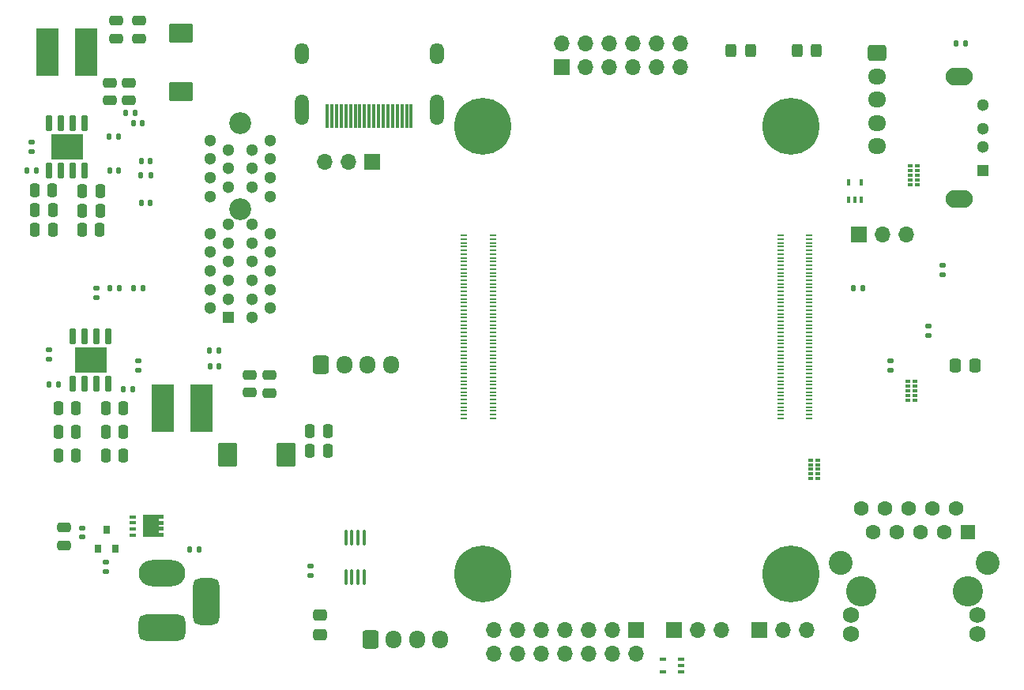
<source format=gbr>
%TF.GenerationSoftware,KiCad,Pcbnew,8.0.2*%
%TF.CreationDate,2024-05-19T12:28:56+02:00*%
%TF.ProjectId,CM4_NAS,434d345f-4e41-4532-9e6b-696361645f70,rev?*%
%TF.SameCoordinates,Original*%
%TF.FileFunction,Soldermask,Top*%
%TF.FilePolarity,Negative*%
%FSLAX46Y46*%
G04 Gerber Fmt 4.6, Leading zero omitted, Abs format (unit mm)*
G04 Created by KiCad (PCBNEW 8.0.2) date 2024-05-19 12:28:56*
%MOMM*%
%LPD*%
G01*
G04 APERTURE LIST*
G04 Aperture macros list*
%AMRoundRect*
0 Rectangle with rounded corners*
0 $1 Rounding radius*
0 $2 $3 $4 $5 $6 $7 $8 $9 X,Y pos of 4 corners*
0 Add a 4 corners polygon primitive as box body*
4,1,4,$2,$3,$4,$5,$6,$7,$8,$9,$2,$3,0*
0 Add four circle primitives for the rounded corners*
1,1,$1+$1,$2,$3*
1,1,$1+$1,$4,$5*
1,1,$1+$1,$6,$7*
1,1,$1+$1,$8,$9*
0 Add four rect primitives between the rounded corners*
20,1,$1+$1,$2,$3,$4,$5,0*
20,1,$1+$1,$4,$5,$6,$7,0*
20,1,$1+$1,$6,$7,$8,$9,0*
20,1,$1+$1,$8,$9,$2,$3,0*%
%AMFreePoly0*
4,1,17,1.395000,0.765000,0.855000,0.765000,0.855000,0.535000,1.395000,0.535000,1.395000,0.115000,0.855000,0.115000,0.855000,-0.115000,1.395000,-0.115000,1.395000,-0.535000,0.855000,-0.535000,0.855000,-0.765000,1.395000,-0.765000,1.395000,-1.185000,-0.855000,-1.185000,-0.855000,1.185000,1.395000,1.185000,1.395000,0.765000,1.395000,0.765000,$1*%
G04 Aperture macros list end*
%ADD10RoundRect,0.135000X0.135000X0.185000X-0.135000X0.185000X-0.135000X-0.185000X0.135000X-0.185000X0*%
%ADD11RoundRect,0.135000X0.185000X-0.135000X0.185000X0.135000X-0.185000X0.135000X-0.185000X-0.135000X0*%
%ADD12RoundRect,0.135000X-0.185000X0.135000X-0.185000X-0.135000X0.185000X-0.135000X0.185000X0.135000X0*%
%ADD13RoundRect,0.250000X-0.250000X-0.475000X0.250000X-0.475000X0.250000X0.475000X-0.250000X0.475000X0*%
%ADD14RoundRect,0.140000X-0.170000X0.140000X-0.170000X-0.140000X0.170000X-0.140000X0.170000X0.140000X0*%
%ADD15R,0.550000X0.300000*%
%ADD16R,0.550000X0.400000*%
%ADD17RoundRect,0.250000X0.250000X0.475000X-0.250000X0.475000X-0.250000X-0.475000X0.250000X-0.475000X0*%
%ADD18RoundRect,0.135000X-0.135000X-0.185000X0.135000X-0.185000X0.135000X0.185000X-0.135000X0.185000X0*%
%ADD19R,1.700000X1.700000*%
%ADD20O,1.700000X1.700000*%
%ADD21RoundRect,0.250000X0.325000X0.450000X-0.325000X0.450000X-0.325000X-0.450000X0.325000X-0.450000X0*%
%ADD22RoundRect,0.250000X-0.600000X-0.725000X0.600000X-0.725000X0.600000X0.725000X-0.600000X0.725000X0*%
%ADD23O,1.700000X1.950000*%
%ADD24RoundRect,0.140000X-0.140000X-0.170000X0.140000X-0.170000X0.140000X0.170000X-0.140000X0.170000X0*%
%ADD25C,6.100000*%
%ADD26R,0.700000X0.200000*%
%ADD27C,3.250000*%
%ADD28RoundRect,0.102000X-0.699000X-0.699000X0.699000X-0.699000X0.699000X0.699000X-0.699000X0.699000X0*%
%ADD29C,1.602000*%
%ADD30C,1.734000*%
%ADD31C,2.559000*%
%ADD32RoundRect,0.140000X0.140000X0.170000X-0.140000X0.170000X-0.140000X-0.170000X0.140000X-0.170000X0*%
%ADD33RoundRect,0.250000X0.475000X-0.250000X0.475000X0.250000X-0.475000X0.250000X-0.475000X-0.250000X0*%
%ADD34R,3.400000X2.710000*%
%ADD35RoundRect,0.150000X0.150000X-0.737500X0.150000X0.737500X-0.150000X0.737500X-0.150000X-0.737500X0*%
%ADD36R,0.650000X0.400000*%
%ADD37C,2.350000*%
%ADD38R,1.300000X1.300000*%
%ADD39C,1.300000*%
%ADD40R,0.700000X0.420000*%
%ADD41FreePoly0,0.000000*%
%ADD42R,2.350000X5.100000*%
%ADD43RoundRect,0.250000X-0.475000X0.250000X-0.475000X-0.250000X0.475000X-0.250000X0.475000X0.250000X0*%
%ADD44RoundRect,0.249900X-0.600100X-0.725100X0.600100X-0.725100X0.600100X0.725100X-0.600100X0.725100X0*%
%ADD45RoundRect,0.250000X-1.025000X0.787500X-1.025000X-0.787500X1.025000X-0.787500X1.025000X0.787500X0*%
%ADD46RoundRect,0.100000X0.100000X-0.712500X0.100000X0.712500X-0.100000X0.712500X-0.100000X-0.712500X0*%
%ADD47R,0.400000X0.650000*%
%ADD48RoundRect,0.250000X0.337500X0.475000X-0.337500X0.475000X-0.337500X-0.475000X0.337500X-0.475000X0*%
%ADD49R,0.800000X0.900000*%
%ADD50O,2.900000X1.900000*%
%ADD51RoundRect,0.250000X-0.475000X0.337500X-0.475000X-0.337500X0.475000X-0.337500X0.475000X0.337500X0*%
%ADD52O,5.000000X2.800000*%
%ADD53RoundRect,0.700000X1.800000X-0.700000X1.800000X0.700000X-1.800000X0.700000X-1.800000X-0.700000X0*%
%ADD54RoundRect,0.700000X0.700000X-1.800000X0.700000X1.800000X-0.700000X1.800000X-0.700000X-1.800000X0*%
%ADD55RoundRect,0.140000X0.170000X-0.140000X0.170000X0.140000X-0.170000X0.140000X-0.170000X-0.140000X0*%
%ADD56R,0.300000X2.600000*%
%ADD57O,1.500000X3.300000*%
%ADD58O,1.500000X2.300000*%
%ADD59RoundRect,0.250000X-0.725000X0.600000X-0.725000X-0.600000X0.725000X-0.600000X0.725000X0.600000X0*%
%ADD60O,1.950000X1.700000*%
%ADD61RoundRect,0.250000X0.787500X1.025000X-0.787500X1.025000X-0.787500X-1.025000X0.787500X-1.025000X0*%
G04 APERTURE END LIST*
D10*
%TO.C,R1*%
X160490000Y-99000000D03*
X161510000Y-99000000D03*
%TD*%
D11*
%TO.C,R2*%
X164420000Y-107790000D03*
X164420000Y-106770000D03*
%TD*%
%TO.C,R3*%
X168500000Y-104020000D03*
X168500000Y-103000000D03*
%TD*%
D12*
%TO.C,R4*%
X170000000Y-96490000D03*
X170000000Y-97510000D03*
%TD*%
%TO.C,R5*%
X102333143Y-128752406D03*
X102333143Y-129772406D03*
%TD*%
D10*
%TO.C,R6*%
X172510000Y-72750000D03*
X171490000Y-72750000D03*
%TD*%
D13*
%TO.C,C11*%
X77836186Y-90654612D03*
X79736186Y-90654612D03*
%TD*%
D14*
%TO.C,C14*%
X77788933Y-124693300D03*
X77788933Y-125653300D03*
%TD*%
D15*
%TO.C,U2*%
X167060000Y-110980000D03*
X167060000Y-110480000D03*
D16*
X167060000Y-109980000D03*
D15*
X167060000Y-109480000D03*
X167060000Y-108980000D03*
X166290000Y-108980000D03*
X166290000Y-109480000D03*
D16*
X166290000Y-109980000D03*
D15*
X166290000Y-110480000D03*
X166290000Y-110980000D03*
%TD*%
D17*
%TO.C,C6*%
X74678118Y-90555373D03*
X72778118Y-90555373D03*
%TD*%
D12*
%TO.C,R8*%
X74310618Y-105579623D03*
X74310618Y-106599623D03*
%TD*%
D18*
%TO.C,R11*%
X84137784Y-86893910D03*
X85157784Y-86893910D03*
%TD*%
D19*
%TO.C,J15*%
X108940000Y-85390000D03*
D20*
X106400000Y-85390000D03*
X103860000Y-85390000D03*
%TD*%
D21*
%TO.C,D2*%
X149425002Y-73500000D03*
X147375002Y-73500000D03*
%TD*%
D22*
%TO.C,J7*%
X108712000Y-136652000D03*
D23*
X111212000Y-136652000D03*
X113712000Y-136652000D03*
X116212000Y-136652000D03*
%TD*%
D15*
%TO.C,U3*%
X156660000Y-119390000D03*
X156660000Y-118890000D03*
D16*
X156660000Y-118390000D03*
D15*
X156660000Y-117890000D03*
X156660000Y-117390000D03*
X155890000Y-117390000D03*
X155890000Y-117890000D03*
D16*
X155890000Y-118390000D03*
D15*
X155890000Y-118890000D03*
X155890000Y-119390000D03*
%TD*%
D13*
%TO.C,C31*%
X102243393Y-116371896D03*
X104143393Y-116371896D03*
%TD*%
D24*
%TO.C,C23*%
X84152713Y-85345457D03*
X85112713Y-85345457D03*
%TD*%
D12*
%TO.C,R7*%
X80340817Y-128318479D03*
X80340817Y-129338479D03*
%TD*%
D25*
%TO.C,Module1*%
X153755000Y-129619000D03*
X153755000Y-81619000D03*
X120755000Y-129619000D03*
X120755000Y-81619000D03*
D26*
X155755000Y-112919000D03*
X152675000Y-112919000D03*
X155755000Y-112519000D03*
X152675000Y-112519000D03*
X155755000Y-112119000D03*
X152675000Y-112119000D03*
X155755000Y-111719000D03*
X152675000Y-111719000D03*
X155755000Y-111319000D03*
X152675000Y-111319000D03*
X155755000Y-110919000D03*
X152675000Y-110919000D03*
X155755000Y-110519000D03*
X152675000Y-110519000D03*
X155755000Y-110119000D03*
X152675000Y-110119000D03*
X155755000Y-109719000D03*
X152675000Y-109719000D03*
X155755000Y-109319000D03*
X152675000Y-109319000D03*
X155755000Y-108919000D03*
X152675000Y-108919000D03*
X155755000Y-108519000D03*
X152675000Y-108519000D03*
X155755000Y-108119000D03*
X152675000Y-108119000D03*
X155755000Y-107719000D03*
X152675000Y-107719000D03*
X155755000Y-107319000D03*
X152675000Y-107319000D03*
X155755000Y-106919000D03*
X152675000Y-106919000D03*
X155755000Y-106519000D03*
X152675000Y-106519000D03*
X155755000Y-106119000D03*
X152675000Y-106119000D03*
X155755000Y-105719000D03*
X152675000Y-105719000D03*
X155755000Y-105319000D03*
X152675000Y-105319000D03*
X155755000Y-104919000D03*
X152675000Y-104919000D03*
X155755000Y-104519000D03*
X152675000Y-104519000D03*
X155755000Y-104119000D03*
X152675000Y-104119000D03*
X155755000Y-103719000D03*
X152675000Y-103719000D03*
X155755000Y-103319000D03*
X152675000Y-103319000D03*
X155755000Y-102919000D03*
X152675000Y-102919000D03*
X155755000Y-102519000D03*
X152675000Y-102519000D03*
X155755000Y-102119000D03*
X152675000Y-102119000D03*
X155755000Y-101719000D03*
X152675000Y-101719000D03*
X155755000Y-101319000D03*
X152675000Y-101319000D03*
X155755000Y-100919000D03*
X152675000Y-100919000D03*
X155755000Y-100519000D03*
X152675000Y-100519000D03*
X155755000Y-100119000D03*
X152675000Y-100119000D03*
X155755000Y-99719000D03*
X152675000Y-99719000D03*
X155755000Y-99319000D03*
X152675000Y-99319000D03*
X155755000Y-98919000D03*
X152675000Y-98919000D03*
X155755000Y-98519000D03*
X152675000Y-98519000D03*
X155755000Y-98119000D03*
X152675000Y-98119000D03*
X155755000Y-97719000D03*
X152675000Y-97719000D03*
X155755000Y-97319000D03*
X152675000Y-97319000D03*
X155755000Y-96919000D03*
X152675000Y-96919000D03*
X155755000Y-96519000D03*
X152675000Y-96519000D03*
X155755000Y-96119000D03*
X152675000Y-96119000D03*
X155755000Y-95719000D03*
X152675000Y-95719000D03*
X155755000Y-95319000D03*
X152675000Y-95319000D03*
X155755000Y-94919000D03*
X152675000Y-94919000D03*
X155755000Y-94519000D03*
X152675000Y-94519000D03*
X155755000Y-94119000D03*
X152675000Y-94119000D03*
X155755000Y-93719000D03*
X152675000Y-93719000D03*
X155755000Y-93319000D03*
X152675000Y-93319000D03*
X121835000Y-112919000D03*
X118755000Y-112919000D03*
X121835000Y-112519000D03*
X118755000Y-112519000D03*
X121835000Y-112119000D03*
X118755000Y-112119000D03*
X121835000Y-111719000D03*
X118755000Y-111719000D03*
X121835000Y-111319000D03*
X118755000Y-111319000D03*
X121835000Y-110919000D03*
X118755000Y-110919000D03*
X121835000Y-110519000D03*
X118755000Y-110519000D03*
X121835000Y-110119000D03*
X118755000Y-110119000D03*
X121835000Y-109719000D03*
X118755000Y-109719000D03*
X121835000Y-109319000D03*
X118755000Y-109319000D03*
X121835000Y-108919000D03*
X118755000Y-108919000D03*
X121835000Y-108519000D03*
X118755000Y-108519000D03*
X121835000Y-108119000D03*
X118755000Y-108119000D03*
X121835000Y-107719000D03*
X118755000Y-107719000D03*
X121835000Y-107319000D03*
X118755000Y-107319000D03*
X121835000Y-106919000D03*
X118755000Y-106919000D03*
X121835000Y-106519000D03*
X118755000Y-106519000D03*
X121835000Y-106119000D03*
X118755000Y-106119000D03*
X121835000Y-105719000D03*
X118755000Y-105719000D03*
X121835000Y-105319000D03*
X118755000Y-105319000D03*
X121835000Y-104919000D03*
X118755000Y-104919000D03*
X121835000Y-104519000D03*
X118755000Y-104519000D03*
X121835000Y-104119000D03*
X118755000Y-104119000D03*
X121835000Y-103719000D03*
X118755000Y-103719000D03*
X121835000Y-103319000D03*
X118755000Y-103319000D03*
X121835000Y-102919000D03*
X118755000Y-102919000D03*
X121835000Y-102519000D03*
X118755000Y-102519000D03*
X121835000Y-102119000D03*
X118755000Y-102119000D03*
X121835000Y-101719000D03*
X118755000Y-101719000D03*
X121835000Y-101319000D03*
X118755000Y-101319000D03*
X121835000Y-100919000D03*
X118755000Y-100919000D03*
X121835000Y-100519000D03*
X118755000Y-100519000D03*
X121835000Y-100119000D03*
X118755000Y-100119000D03*
X121835000Y-99719000D03*
X118755000Y-99719000D03*
X121835000Y-99319000D03*
X118755000Y-99319000D03*
X121835000Y-98919000D03*
X118755000Y-98919000D03*
X121835000Y-98519000D03*
X118755000Y-98519000D03*
X121835000Y-98119000D03*
X118755000Y-98119000D03*
X121835000Y-97719000D03*
X118755000Y-97719000D03*
X121835000Y-97319000D03*
X118755000Y-97319000D03*
X121835000Y-96919000D03*
X118755000Y-96919000D03*
X121835000Y-96519000D03*
X118755000Y-96519000D03*
X121835000Y-96119000D03*
X118755000Y-96119000D03*
X121835000Y-95719000D03*
X118755000Y-95719000D03*
X121835000Y-95319000D03*
X118755000Y-95319000D03*
X121835000Y-94919000D03*
X118755000Y-94919000D03*
X121835000Y-94519000D03*
X118755000Y-94519000D03*
X121835000Y-94119000D03*
X118755000Y-94119000D03*
X121835000Y-93719000D03*
X118755000Y-93719000D03*
X121835000Y-93319000D03*
X118755000Y-93319000D03*
%TD*%
D24*
%TO.C,C18*%
X71918923Y-86359999D03*
X72878923Y-86359999D03*
%TD*%
D17*
%TO.C,C8*%
X77150000Y-111825951D03*
X75250000Y-111825951D03*
%TD*%
D24*
%TO.C,C24*%
X83358239Y-98942600D03*
X84318239Y-98942600D03*
%TD*%
D27*
%TO.C,J0*%
X161285000Y-131500000D03*
X172715000Y-131500000D03*
D28*
X172715000Y-125150000D03*
D29*
X171445000Y-122610000D03*
X170175000Y-125150000D03*
X168905000Y-122610000D03*
X167635000Y-125150000D03*
X166365000Y-122610000D03*
X165095000Y-125150000D03*
X163825000Y-122610000D03*
X162555000Y-125150000D03*
X161285000Y-122610000D03*
D30*
X160200000Y-134050000D03*
X160200000Y-136080000D03*
X173800000Y-134050000D03*
X173800000Y-136080000D03*
D31*
X159125000Y-128450000D03*
X174875000Y-128450000D03*
%TD*%
D15*
%TO.C,U5*%
X167335000Y-87880000D03*
X167335000Y-87380000D03*
D16*
X167335000Y-86880000D03*
D15*
X167335000Y-86380000D03*
X167335000Y-85880000D03*
X166565000Y-85880000D03*
X166565000Y-86380000D03*
D16*
X166565000Y-86880000D03*
D15*
X166565000Y-87380000D03*
X166565000Y-87880000D03*
%TD*%
D32*
%TO.C,C27*%
X84300000Y-81280000D03*
X83340000Y-81280000D03*
%TD*%
D13*
%TO.C,C16*%
X77802345Y-92682654D03*
X79702345Y-92682654D03*
%TD*%
D19*
%TO.C,J12*%
X161036000Y-93218000D03*
D20*
X163576000Y-93218000D03*
X166116000Y-93218000D03*
%TD*%
D33*
%TO.C,C35*%
X97935402Y-110187717D03*
X97935402Y-108287717D03*
%TD*%
D13*
%TO.C,C29*%
X102240000Y-114300000D03*
X104140000Y-114300000D03*
%TD*%
D34*
%TO.C,U9*%
X76200000Y-83820000D03*
D35*
X74295000Y-86382500D03*
X75565000Y-86382500D03*
X76835000Y-86382500D03*
X78105000Y-86382500D03*
X78105000Y-81257500D03*
X76835000Y-81257500D03*
X75565000Y-81257500D03*
X74295000Y-81257500D03*
%TD*%
D33*
%TO.C,C28*%
X83934503Y-72200847D03*
X83934503Y-70300847D03*
%TD*%
D17*
%TO.C,C7*%
X77150000Y-114365951D03*
X75250000Y-114365951D03*
%TD*%
D13*
%TO.C,C13*%
X77836186Y-88574153D03*
X79736186Y-88574153D03*
%TD*%
D36*
%TO.C,U1*%
X141986000Y-140096000D03*
X141986000Y-139446000D03*
X141986000Y-138796000D03*
X140086000Y-138796000D03*
X140086000Y-140096000D03*
%TD*%
D37*
%TO.C,J3*%
X94762000Y-90458000D03*
X94762000Y-81308000D03*
D38*
X93512000Y-102108000D03*
D39*
X91512000Y-101108000D03*
X93512000Y-100108000D03*
X91512000Y-99108000D03*
X93512000Y-98108000D03*
X91512000Y-97108000D03*
X93512000Y-96108000D03*
X91512000Y-95108000D03*
X93512000Y-94108000D03*
X91512000Y-93108000D03*
X93512000Y-92108000D03*
X91512000Y-89108000D03*
X93512000Y-88108000D03*
X91512000Y-87108000D03*
X93512000Y-86108000D03*
X91512000Y-85108000D03*
X93512000Y-84108000D03*
X91512000Y-83108000D03*
X96012000Y-102108000D03*
X98012000Y-101108000D03*
X96012000Y-100108000D03*
X98012000Y-99108000D03*
X96012000Y-98108000D03*
X98012000Y-97108000D03*
X96012000Y-96108000D03*
X98012000Y-95108000D03*
X96012000Y-94108000D03*
X98012000Y-93108000D03*
X96012000Y-92108000D03*
X98012000Y-89108000D03*
X96012000Y-88108000D03*
X98012000Y-87108000D03*
X96012000Y-86108000D03*
X98012000Y-85108000D03*
X96012000Y-84108000D03*
X98012000Y-83108000D03*
%TD*%
D40*
%TO.C,Q1*%
X83277500Y-123485000D03*
X83277500Y-124135000D03*
X83277500Y-124785000D03*
X83277500Y-125435000D03*
D41*
X85232500Y-124460000D03*
%TD*%
D42*
%TO.C,L2*%
X74125000Y-73660000D03*
X78275000Y-73660000D03*
%TD*%
D13*
%TO.C,C12*%
X80330000Y-114365951D03*
X82230000Y-114365951D03*
%TD*%
D43*
%TO.C,C34*%
X82856306Y-76923143D03*
X82856306Y-78823143D03*
%TD*%
D19*
%TO.C,J11*%
X150368000Y-135636000D03*
D20*
X152908000Y-135636000D03*
X155448000Y-135636000D03*
%TD*%
D13*
%TO.C,C15*%
X80330000Y-116905951D03*
X82230000Y-116905951D03*
%TD*%
D18*
%TO.C,R10*%
X80788239Y-98942600D03*
X81808239Y-98942600D03*
%TD*%
D24*
%TO.C,C21*%
X80800000Y-86360000D03*
X81760000Y-86360000D03*
%TD*%
D42*
%TO.C,L1*%
X86460354Y-111824293D03*
X90610354Y-111824293D03*
%TD*%
D19*
%TO.C,J9*%
X141224000Y-135636000D03*
D20*
X143764000Y-135636000D03*
X146304000Y-135636000D03*
%TD*%
D44*
%TO.C,J4*%
X103400000Y-107170000D03*
D23*
X105900000Y-107170000D03*
X108400000Y-107170000D03*
X110900000Y-107170000D03*
%TD*%
D17*
%TO.C,C4*%
X77150000Y-116905951D03*
X75250000Y-116905951D03*
%TD*%
D45*
%TO.C,C36*%
X88386184Y-71616318D03*
X88386184Y-77841318D03*
%TD*%
D46*
%TO.C,U6*%
X106086000Y-129942500D03*
X106736000Y-129942500D03*
X107386000Y-129942500D03*
X108036000Y-129942500D03*
X108036000Y-125717500D03*
X107386000Y-125717500D03*
X106736000Y-125717500D03*
X106086000Y-125717500D03*
%TD*%
D47*
%TO.C,U7*%
X159970000Y-89480000D03*
X160620000Y-89480000D03*
X161270000Y-89480000D03*
X161270000Y-87580000D03*
X159970000Y-87580000D03*
%TD*%
D48*
%TO.C,C1*%
X173470000Y-107230000D03*
X171395000Y-107230000D03*
%TD*%
D19*
%TO.C,J10*%
X137160000Y-135636000D03*
D20*
X137160000Y-138176000D03*
X134620000Y-135636000D03*
X134620000Y-138176000D03*
X132080000Y-135636000D03*
X132080000Y-138176000D03*
X129540000Y-135636000D03*
X129540000Y-138176000D03*
X127000000Y-135636000D03*
X127000000Y-138176000D03*
X124460000Y-135636000D03*
X124460000Y-138176000D03*
X121920000Y-135636000D03*
X121920000Y-138176000D03*
%TD*%
D24*
%TO.C,C25*%
X84186853Y-89792281D03*
X85146853Y-89792281D03*
%TD*%
D49*
%TO.C,D3*%
X81384428Y-126864154D03*
X80434428Y-124864154D03*
X79484428Y-126864154D03*
%TD*%
D33*
%TO.C,C32*%
X81493770Y-72175423D03*
X81493770Y-70275423D03*
%TD*%
D34*
%TO.C,U8*%
X78740000Y-106680000D03*
D35*
X76835000Y-109242500D03*
X78105000Y-109242500D03*
X79375000Y-109242500D03*
X80645000Y-109242500D03*
X80645000Y-104117500D03*
X79375000Y-104117500D03*
X78105000Y-104117500D03*
X76835000Y-104117500D03*
%TD*%
D12*
%TO.C,R9*%
X72382859Y-83310000D03*
X72382859Y-84330000D03*
%TD*%
D10*
%TO.C,R14*%
X83471929Y-80154974D03*
X82451929Y-80154974D03*
%TD*%
D39*
%TO.C,J1*%
X174318000Y-79338000D03*
X174318000Y-81838000D03*
X174318000Y-83838000D03*
D38*
X174318000Y-86338000D03*
D50*
X171778000Y-89408000D03*
X171778000Y-76268000D03*
%TD*%
D51*
%TO.C,C2*%
X103292956Y-134029443D03*
X103292956Y-136104443D03*
%TD*%
D19*
%TO.C,J13*%
X129260000Y-75270000D03*
D20*
X129260000Y-72730000D03*
X131800000Y-75270000D03*
X131800000Y-72730000D03*
X134340000Y-75270000D03*
X134340000Y-72730000D03*
X136880000Y-75270000D03*
X136880000Y-72730000D03*
X139420000Y-75270000D03*
X139420000Y-72730000D03*
X141960000Y-75270000D03*
X141960000Y-72730000D03*
%TD*%
D52*
%TO.C,J14*%
X86360000Y-129540000D03*
D53*
X86360000Y-135340000D03*
D54*
X91160000Y-132540000D03*
%TD*%
D32*
%TO.C,C26*%
X92465884Y-107384748D03*
X91505884Y-107384748D03*
%TD*%
D43*
%TO.C,C30*%
X80809634Y-76920665D03*
X80809634Y-78820665D03*
%TD*%
D17*
%TO.C,C9*%
X74683491Y-92689406D03*
X72783491Y-92689406D03*
%TD*%
D33*
%TO.C,C33*%
X95753681Y-110142733D03*
X95753681Y-108242733D03*
%TD*%
D12*
%TO.C,R13*%
X83816177Y-106723229D03*
X83816177Y-107743229D03*
%TD*%
D17*
%TO.C,C3*%
X74638910Y-88431896D03*
X72738910Y-88431896D03*
%TD*%
D55*
%TO.C,C22*%
X79393099Y-99960929D03*
X79393099Y-99000929D03*
%TD*%
D56*
%TO.C,J2*%
X104090000Y-80520000D03*
X104590000Y-80520000D03*
X105090000Y-80520000D03*
X105590000Y-80520000D03*
X106090000Y-80520000D03*
X106590000Y-80520000D03*
X107090000Y-80520000D03*
X107590000Y-80520000D03*
X108090000Y-80520000D03*
X108590000Y-80520000D03*
X109090000Y-80520000D03*
X109590000Y-80520000D03*
X110090000Y-80520000D03*
X110590000Y-80520000D03*
X111090000Y-80520000D03*
X111590000Y-80520000D03*
X112090000Y-80520000D03*
X112590000Y-80520000D03*
X113090000Y-80520000D03*
D57*
X101340000Y-79790000D03*
X115840000Y-79790000D03*
D58*
X115840000Y-73830000D03*
X101340000Y-73830000D03*
%TD*%
D43*
%TO.C,C20*%
X75857079Y-124624531D03*
X75857079Y-126524531D03*
%TD*%
D21*
%TO.C,D1*%
X156499999Y-73449999D03*
X154449999Y-73449999D03*
%TD*%
D24*
%TO.C,C5*%
X89377500Y-127000000D03*
X90337500Y-127000000D03*
%TD*%
D10*
%TO.C,R12*%
X92468767Y-105637603D03*
X91448767Y-105637603D03*
%TD*%
D59*
%TO.C,J8*%
X163000000Y-73750000D03*
D60*
X163000000Y-76250000D03*
X163000000Y-78750000D03*
X163000000Y-81250000D03*
X163000000Y-83750000D03*
%TD*%
D61*
%TO.C,C37*%
X99632500Y-116840000D03*
X93407500Y-116840000D03*
%TD*%
D24*
%TO.C,C17*%
X74297414Y-109300767D03*
X75257414Y-109300767D03*
%TD*%
%TO.C,C19*%
X82260385Y-109769461D03*
X83220385Y-109769461D03*
%TD*%
D13*
%TO.C,C10*%
X80330000Y-111825951D03*
X82230000Y-111825951D03*
%TD*%
D18*
%TO.C,R15*%
X80719151Y-82726754D03*
X81739151Y-82726754D03*
%TD*%
M02*

</source>
